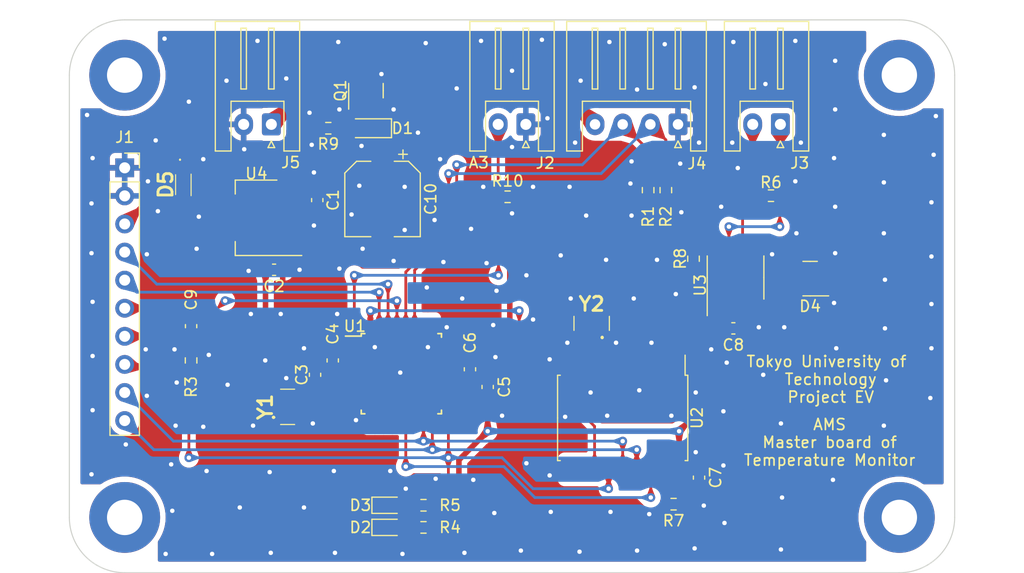
<source format=kicad_pcb>
(kicad_pcb (version 20221018) (generator pcbnew)
  (layers (0 "F.Cu" signal) (31 "B.Cu" signal) (34 "B.Paste" user) (35 "F.Paste" user) (36 "B.SilkS" user "B.Silkscreen") (37 "F.SilkS" user "F.Silkscreen") (38 "B.Mask" user) (39 "F.Mask" user) (44 "Edge.Cuts" user))
  (net 0 "")
  (net 1 "+12V")
  (net 2 "GND")
  (net 3 "VCC")
  (net 4 "/AREF")
  (net 5 "/RESET1")
  (net 6 "/DTR")
  (net 7 "Net-(D2-A)")
  (net 8 "Net-(D3-A)")
  (net 9 "/CANH")
  (net 10 "/CANL")
  (net 11 "/RXI")
  (net 12 "/TXO")
  (net 13 "/SCK")
  (net 14 "/MOSI")
  (net 15 "/MISO")
  (net 16 "/AMS_SIG")
  (net 17 "/SCL")
  (net 18 "/SDA")
  (net 19 "/RESET2")
  (net 20 "/Rs")
  (net 26 "/CS")
  (net 34 "/INT")
  (net 35 "/TXCAN")
  (net 36 "/RXCAN")
  (net 41 "Net-(U2-OSC2)")
  (net 42 "Net-(U2-OSC1)")
  (net 46 "Net-(D1-A)")
  (net 47 "/+12Vin")
  (net 48 "/XTAL1")
  (net 49 "/XTAL2")
  (footprint "Capacitor_SMD:CP_Elec_6.3x5.4_Nichicon" (layer "F.Cu") (at 138.3 86.2 -90)
    (fp_text reference "C10")
    (fp_text value "470u")
  )
  (footprint "Package_SO:SOIC-18W_7.5x11.6mm_P1.27mm" (layer "F.Cu") (at 160 106 -90)
    (fp_text reference "U2")
    (fp_text value "MCP2515-xSO")
  )
  (footprint "Resistor_SMD:R_0603_1608Metric" (layer "F.Cu") (at 142 115.9 180)
    (fp_text reference "R4")
    (fp_text value "Opt")
  )
  (footprint "Capacitor_SMD:C_0603_1608Metric" (layer "F.Cu") (at 170 97.9 180)
    (fp_text reference "C8")
    (fp_text value "0.1u")
  )
  (footprint "Connector_JST:JST_XH_S2B-XH-A_1x02_P2.50mm_Horizontal" (layer "F.Cu") (at 128.25 79.45 180)
    (fp_text reference "J5")
    (fp_text value "Conn_01x02_Pin")
  )
  (footprint "Resistor_SMD:R_0603_1608Metric" (layer "F.Cu") (at 121 100.8 90)
    (fp_text reference "R3")
    (fp_text value "10k")
  )
  (footprint "Package_QFP:TQFP-32_7x7mm_P0.8mm" (layer "F.Cu") (at 140 102)
    (fp_text reference "U1")
    (fp_text value "ATmega328P-A")
  )
  (footprint "Package_TO_SOT_SMD:SOT-23" (layer "F.Cu") (at 136.8 76.4 90)
    (fp_text reference "Q1")
    (fp_text value "AO3401A")
  )
  (footprint "Resistor_SMD:R_0603_1608Metric" (layer "F.Cu") (at 164.6 113.8 180)
    (fp_text reference "R7")
    (fp_text value "10k")
  )
  (footprint "Resistor_SMD:R_0603_1608Metric" (layer "F.Cu") (at 166.4 91.6 -90)
    (fp_text reference "R8")
    (fp_text value "15k")
  )
  (footprint "Package_SO:SOIC-8_3.9x4.9mm_P1.27mm" (layer "F.Cu") (at 170.2 93.3 90)
    (fp_text reference "U3")
    (fp_text value "MCP2551-I-SN")
  )
  (footprint "Connector_JST:JST_XH_S2B-XH-A_1x02_P2.50mm_Horizontal" (layer "F.Cu") (at 174.25 79.45 180)
    (fp_text reference "J3")
    (fp_text value "Conn_01x02_Pin")
  )
  (footprint "MountingHole:MountingHole_3.2mm_M3_Pad" (layer "F.Cu") (at 185 115)
    (fp_text reference "REF**" hide)
    (fp_text value "MountingHole_3.2mm_M3_Pad")
  )
  (footprint "Package_TO_SOT_SMD:SOT-223-3_TabPin2" (layer "F.Cu") (at 126.9 87.9 180)
    (fp_text reference "U4")
    (fp_text value "LD1117S50TR_SOT223")
  )
  (footprint "Resistor_SMD:R_0603_1608Metric" (layer "F.Cu") (at 173.4 85.9 180)
    (fp_text reference "R6")
    (fp_text value "120")
  )
  (footprint "Resistor_SMD:R_0603_1608Metric" (layer "F.Cu") (at 162.3 85.4 90)
    (fp_text reference "R1")
    (fp_text value "3.3k")
  )
  (footprint "Resistor_SMD:R_0603_1608Metric" (layer "F.Cu") (at 163.9 85.4 90)
    (fp_text reference "R2")
    (fp_text value "3.3k")
  )
  (footprint "Connector_JST:JST_XH_S4B-XH-A_1x04_P2.50mm_Horizontal" (layer "F.Cu") (at 165 79.45 180)
    (fp_text reference "J4")
    (fp_text value "Conn_01x04_Pin")
  )
  (footprint "Capacitor_SMD:C_0603_1608Metric" (layer "F.Cu") (at 121 97.7 90)
    (fp_text reference "C9")
    (fp_text value "0.1u")
  )
  (footprint "MountingHole:MountingHole_3.2mm_M3_Pad" (layer "F.Cu") (at 115 115)
    (fp_text reference "REF**" hide)
    (fp_text value "MountingHole_3.2mm_M3_Pad")
  )
  (footprint "SamacSys_Parts:CSTCE16M0V53R0" (layer "F.Cu") (at 129.7 105 -90)
    (fp_text reference "Y1")
    (fp_text value "CSTCE16M0V53-R0" hide)
  )
  (footprint "LED_SMD:LED_0603_1608Metric" (layer "F.Cu") (at 138.825 113.9)
    (fp_text reference "D3")
    (fp_text value "LED_G")
  )
  (footprint "Capacitor_SMD:C_0603_1608Metric" (layer "F.Cu") (at 128.5 92.6)
    (fp_text reference "C2")
    (fp_text value "10u")
  )
  (footprint "LED_SMD:LED_0603_1608Metric" (layer "F.Cu") (at 138.825 115.9)
    (fp_text reference "D2")
    (fp_text value "LED_R")
  )
  (footprint "SamacSys_Parts:CUHS20S40H3F" (layer "F.Cu") (at 120.3 84.9 -90)
    (fp_text reference "D5")
    (fp_text value "CUHS20S30" hide)
  )
  (footprint "MountingHole:MountingHole_3.2mm_M3_Pad" (layer "F.Cu") (at 185 75)
    (fp_text reference "REF**" hide)
    (fp_text value "MountingHole_3.2mm_M3_Pad")
  )
  (footprint "SamacSys_Parts:CSTCE16M0V53R0" (layer "F.Cu") (at 157.2 97.475)
    (fp_text reference "Y2")
    (fp_text value "CSTCE16M0V53-R0" hide)
  )
  (footprint "Capacitor_SMD:C_0603_1608Metric" (layer "F.Cu") (at 133.8 100.8 90)
    (fp_text reference "C4")
    (fp_text value "0.1u")
  )
  (footprint "Capacitor_SMD:C_0603_1608Metric" (layer "F.Cu") (at 132.4 86.3 -90)
    (fp_text reference "C1")
    (fp_text value "0.1u")
  )
  (footprint "Resistor_SMD:R_0603_1608Metric" (layer "F.Cu") (at 149.6 86)
    (fp_text reference "R10")
    (fp_text value "10k")
  )
  (footprint "MountingHole:MountingHole_3.2mm_M3_Pad" (layer "F.Cu") (at 115 75)
    (fp_text reference "REF**" hide)
    (fp_text value "MountingHole_3.2mm_M3_Pad")
  )
  (footprint "Connector_JST:JST_XH_S2B-XH-A_1x02_P2.50mm_Horizontal" (layer "F.Cu") (at 151.25 79.45 180)
    (fp_text reference "J2")
    (fp_text value "Conn_01x02_Pin")
  )
  (footprint "Resistor_SMD:R_0603_1608Metric" (layer "F.Cu") (at 133.4 79.8 180)
    (fp_text reference "R9")
    (fp_text value "10k")
  )
  (footprint "Diode_SMD:D_SOD-323_HandSoldering" (layer "F.Cu") (at 137.1 79.8 180)
    (fp_text reference "D1")
    (fp_text value "UDZV5.1B")
  )
  (footprint "Capacitor_SMD:C_0603_1608Metric" (layer "F.Cu") (at 132.2 102.1 90)
    (fp_text reference "C3")
    (fp_text value "0.1u")
  )
  (footprint "Capacitor_SMD:C_0603_1608Metric" (layer "F.Cu") (at 166.9 111.4 -90)
    (fp_text reference "C7")
    (fp_text value "0.1u")
  )
  (footprint "Resistor_SMD:R_0603_1608Metric" (layer "F.Cu") (at 142 113.9 180)
    (fp_text reference "R5")
    (fp_text value "Opt")
  )
  (footprint "Connector_PinSocket_2.54mm:PinSocket_1x10_P2.54mm_Vertical" (layer "F.Cu") (at 115 83.38)
    (fp_text reference "J1")
    (fp_text value "Conn_01x10_Socket")
  )
  (footprint "Capacitor_SMD:C_0603_1608Metric" (layer "F.Cu") (at 146.2 101.6 90)
    (fp_text reference "C6")
    (fp_text value "0.1u")
  )
  (footprint "Capacitor_SMD:C_0603_1608Metric" (layer "F.Cu") (at 147.8 103.2 90)
    (fp_text reference "C5")
    (fp_text value "0.1u")
  )
  (footprint "Package_TO_SOT_SMD:SOT-23" (layer "F.Cu") (at 176.9375 93.4 180)
    (fp_text reference "D4")
    (fp_text value "NUP2105L")
  )
  (gr_line (start 110 115) (end 110 75) (stroke (width 0.1)) (layer "Edge.Cuts"))
  (gr_line (start 190 75) (end 190 115) (stroke (width 0.1)) (layer "Edge.Cuts"))
  (gr_line (start 115 70) (end 185 70) (stroke (width 0.1)) (layer "Edge.Cuts"))
  (gr_arc (start 110 75) (mid 111.464466 71.464466) (end 115 70) (stroke (width 0.1)) (layer "Edge.Cuts"))
  (gr_arc (start 185 70) (mid 188.535534 71.464466) (end 190 75) (stroke (width 0.1)) (layer "Edge.Cuts"))
  (gr_arc (start 190 115) (mid 188.535534 118.535534) (end 185 120) (stroke (width 0.1)) (layer "Edge.Cuts"))
  (gr_arc (start 115 120) (mid 111.464466 118.535534) (end 110 115) (stroke (width 0.1)) (layer "Edge.Cuts"))
  (gr_line (start 185 120) (end 115 120) (stroke (width 0.1)) (layer "Edge.Cuts"))
  (gr_text "Tokyo University of \nTechnology\nProject EV" (at 178.8 104.7) (layer "F.SilkS") (effects (font (size 1 1)) (justify bottom)))
  (gr_text "AMS\nMaster board of\nTemperature Monitor" (at 178.7 110.4) (layer "F.SilkS") (effects (font (size 1 1)) (justify bottom)))
  (gr_text "A3" (at 146 83.5) (layer "F.SilkS") (effects (font (size 1 1)) (justify left bottom)))
  (segment (start 137.75 78.6) (end 137.75 79.2) (width 1) (layer "F.Cu") (net 1))
  (segment (start 130.125 85.525) (end 130.05 85.6) (width 0.5) (layer "F.Cu") (net 1))
  (segment (start 132.4 85.525) (end 130.125 85.525) (width 0.5) (layer "F.Cu") (net 1))
  (segment (start 138.35 83.45) (end 138.3 83.5) (width 1) (layer "F.Cu") (net 1))
  (segment (start 134.425 83.5) (end 132.4 85.525) (width 0.5) (layer "F.Cu") (net 1))
  (segment (start 137.75 77.3375) (end 137.75 78.6) (width 0.5) (layer "F.Cu") (net 1))
  (segment (start 154.95 76.9) (end 157.5 79.45) (width 1) (layer "F.Cu") (net 1))
  (segment (start 140.3 83.5) (end 146.9 76.9) (width 1) (layer "F.Cu") (net 1))
  (segment (start 128.4 83.95) (end 130.05 85.6) (width 0.5) (layer "F.Cu") (net 1))
  (segment (start 146.9 76.9) (end 154.95 76.9) (width 1) (layer "F.Cu") (net 1))
  (segment (start 137.75 79.2) (end 138.35 79.8) (width 1) (layer "F.Cu") (net 1))
  (segment (start 138.35 79.8) (end 138.35 83.45) (width 1) (layer "F.Cu") (net 1))
  (segment (start 138.3 83.5) (end 134.425 83.5) (width 0.5) (layer "F.Cu") (net 1))
  (segment (start 120.3 83.95) (end 128.4 83.95) (width 0.5) (layer "F.Cu") (net 1))
  (segment (start 138.3 83.5) (end 140.3 83.5) (width 1) (layer "F.Cu") (net 1))
  (segment (start 144.25 101.6) (end 142.7 101.6) (width 0.5) (layer "F.Cu") (net 2))
  (segment (start 169.565 95.775) (end 169.565 97.56) (width 0.5) (layer "F.Cu") (net 2))
  (segment (start 137.1 102.4) (end 137.3 102.2) (width 0.5) (layer "F.Cu") (net 2))
  (segment (start 147.8 102.425) (end 147.8 100.9) (width 0.5) (layer "F.Cu") (net 2))
  (segment (start 135.75 100.8) (end 137.3 100.8) (width 0.5) (layer "F.Cu") (net 2))
  (segment (start 135.75 102.4) (end 137.1 102.4) (width 0.5) (layer "F.Cu") (net 2))
  (segment (start 169.565 97.56) (end 169.225 97.9) (width 0.5) (layer "F.Cu") (net 2))
  (segment (start 132.2 101.325) (end 132.2 100.1) (width 0.5) (layer "F.Cu") (net 2))
  (segment (start 176 93.4) (end 179.2 93.4) (width 0.5) (layer "F.Cu") (net 2))
  (via (at 155.3 95.2) (size 0.8) (drill 0.4) (layers "F.Cu" "B.Cu") (net 2))
  (via (at 122.4 110.8) (size 0.8) (drill 0.4) (layers "F.Cu" "B.Cu") (net 2))
  (via (at 145 76.2) (size 0.8) (drill 0.4) (layers "F.Cu" "B.Cu") (net 2))
  (via (at 149.1 105.8) (size 0.8) (drill 0.4) (layers "F.Cu" "B.Cu") (net 2))
  (via (at 136.5 90.7) (size 0.8) (drill 0.4) (layers "F.Cu" "B.Cu") (net 2))
  (via (at 153.2 78.9) (size 0.8) (drill 0.4) (layers "F.Cu" "B.Cu") (net 2))
  (via (at 153.4 100.7) (size 0.8) (drill 0.4) (layers "F.Cu" "B.Cu") (net 2))
  (via (at 143 88.1) (size 0.8) (drill 0.4) (layers "F.Cu" "B.Cu") (net 2))
  (via (at 119.7 102.8) (size 0.8) (drill 0.4) (layers "F.Cu" "B.Cu") (net 2))
  (via (at 148.5 100.5) (size 0.8) (drill 0.4) (layers "F.Cu" "B.Cu") (net 2))
  (via (at 151.3 93.1) (size 0.8) (drill 0.4) (layers "F.Cu" "B.Cu") (net 2))
  (via (at 165.3 87.4) (size 0.8) (drill 0.4) (layers "F.Cu" "B.Cu") (net 2))
  (via (at 122.6 100.3) (size 0.8) (drill 0.4) (layers "F.Cu" "B.Cu") (net 2))
  (via (at 122.1 82.6) (size 0.8) (drill 0.4) (layers "F.Cu" "B.Cu") (net 2))
  (via (at 132.1 88.6) (size 0.8) (drill 0.4) (layers "F.Cu" "B.Cu") (net 2))
  (via (at 146.5 111.6) (size 0.8) (drill 0.4) (layers "F.Cu" "B.Cu") (net 2))
  (via (at 144.1 97.8) (size 0.8) (drill 0.4) (layers "F.Cu" "B.Cu") (net 2))
  (via (at 156.1 118.1) (size 0.8) (drill 0.4) (layers "F.Cu" "B.Cu") (net 2))
  (via (at 164.8 94.8) (size 0.8) (drill 0.4) (layers "F.Cu" "B.Cu") (net 2))
  (via (at 148.6 94.5) (size 0.8) (drill 0.4) (layers "F.Cu" "B.Cu") (net 2))
  (via (at 183.6 80.4) (size 0.8) (drill 0.4) (layers "F.Cu" "B.Cu") (net 2))
  (via (at 188.3 78.7) (size 0.8) (drill 0.4) (layers "F.Cu" "B.Cu") (net 2))
  (via (at 147.4 85.1) (size 0.8) (drill 0.4) (layers "F.Cu" "B.Cu") (net 2))
  (via (at 187.8 104.2) (size 0.8) (drill 0.4) (layers "F.Cu" "B.Cu") (net 2))
  (via (at 165.2 83) (size 0.8) (drill 0.4) (layers "F.Cu" "B.Cu") (net 2))
  (via (at 131.7 78.4) (size 0.8) (drill 0.4) (layers "F.Cu" "B.Cu") (net 2))
  (via (at 170.4 83.4) (size 0.8) (drill 0.4) (layers "F.Cu" "B.Cu") (net 2))
  (via (at 120.8 77.4) (size 0.8) (drill 0.4) (layers "F.Cu" "B.Cu") (net 2))
  (via (at 126.2 92.7) (size 0.8) (drill 0.4) (layers "F.Cu" "B.Cu") (net 2))
  (via (at 131.2 99.7) (size 0.8) (drill 0.4) (layers "F.Cu" "B.Cu") (net 2))
  (via (at 116.9 99.8) (size 0.8) (drill 0.4) (layers "F.Cu" "B.Cu") (net 2))
  (via (at 169.9 81.1) (size 0.8) (drill 0.4) (layers "F.Cu" "B.Cu") (net 2))
  (via (at 160.8 87.7) (size 0.8) (drill 0.4) (layers "F.Cu" "B.Cu") (net 2))
  (via (at 168.9 86.9) (size 0.8) (drill 0.4) (layers "F.Cu" "B.Cu") (net 2))
  (via (at 117.8 80.9) (size 0.8) (drill 0.4) (layers "F.Cu" "B.Cu") (net 2))
  (via (at 166.6 103.7) (size 0.8) (drill 0.4) (layers "F.Cu" "B.Cu") (net 2))
  (via (at 135.5 87.6) (size 0.8) (drill 0.4) (layers "F.Cu" "B.Cu") (net 2))
  (via (at 172.9 75.8) (size 0.8) (drill 0.4) (layers "F.Cu" "B.Cu") (net 2))
  (via (at 134.4 92.5) (size 0.8) (drill 0.4) (layers "F.Cu" "B.Cu") (net 2))
  (via (at 133.9 110.8) (size 0.8) (drill 0.4) (layers "F.Cu" "B.Cu") (net 2))
  (via (at 138.2 74.9) (size 0.8) (drill 0.4) (layers "F.Cu" "B.Cu") (net 2))
  (via (at 127 71.9) (size 0.8) (drill 0.4) (layers "F.Cu" "B.Cu") (net 2))
  (via (at 174.3 106.5) (size 0.8) (drill 0.4) (layers "F.Cu" "B.Cu") (net 2))
  (via (at 169.2 115.5) (size 0.8) (drill 0.4) (layers "F.Cu" "B.Cu") (net 2))
  (via (at 179.2 73.7) (size 0.8) (drill 0.4) (layers "F.Cu" "B.Cu") (net 2))
  (via (at 155.2 85.1) (size 0.8) (drill 0.4) (layers "F.Cu" "B.Cu") (net 2))
  (via (at 141.5 80.2) (size 0.8) (drill 0.4) (layers "F.Cu" "B.Cu") (net 2))
  (via (at 162.6 99.2) (size 0.8) (drill 0.4) (layers "F.Cu" "B.Cu") (net 2))
  (via (at 147.7 92) (size 0.8) (drill 0.4) (layers "F.Cu" "B.Cu") (net 2))
  (via (at 134 118.2) (size 0.8) (drill 0.4) (layers "F.Cu" "B.Cu") (net 2))
  (via (at 179.1 95.6) (size 0.8) (drill 0.4) (layers "F.Cu" "B.Cu") (net 2))
  (via (at 139.3 78.1) (size 0.8) (drill 0.4) (layers "F.Cu" "B.Cu") (net 2))
  (via (at 166.5 76.1) (size 0.8) (drill 0.4) (layers "F.Cu" "B.Cu") (net 2))
  (via (at 156.2 75.5) (size 0.8) (drill 0.4) (layers "F.Cu" "B.Cu") (net 2))
  (via (at 153.4 111.2) (size 0.8) (drill 0.4) (layers "F.Cu" "B.Cu") (net 2))
  (via (at 151.3 110.1) (size 0.8) (drill 0.4) (layers "F.Cu" "B.Cu") (net 2))
  (via (at 179.2 91.1) (size 0.8) (drill 0.4) (layers "F.Cu" "B.Cu") (net 2))
  (via (at 150 87.5) (size 0.8) (drill 0.4) (layers "F.Cu" "B.Cu") (net 2))
  (via (at 179.2 86.9) (size 0.8) (drill 0.4) (layers "F.Cu" "B.Cu") (net 2))
  (via (at 124.2 75.5) (size 0.8) (drill 0.4) (layers "F.Cu" "B.Cu") (net 2))
  (via (at 147.2 71.9) (size 0.8) (drill 0.4) (layers "F.Cu" "B.Cu") (net 2))
  (via (at 145.5 95.2) (size 0.8) (drill 0.4) (layers "F.Cu" "B.Cu") (net 2))
  (via (at 136.4 81.4) (size 0.8) (drill 0.4) (layers "F.Cu" "B.Cu") (net 2))
  (via (at 117 91.2) (size 0.8) (drill 0.4) (layers "F.Cu" "B.Cu") (net 2))
  (via (at 126.6 106.7) (size 0.8) (drill 0.4) (layers "F.Cu" "B.Cu") (net 2))
  (via (at 169.4 101) (size 0.8) (drill 0.4) (layers "F.Cu" "B.Cu") (net 2))
  (via (at 128.2 118.2) (size 0.8) (drill 0.4) (layers "F.Cu" "B.Cu") (net 2))
  (via (at 142.2 72.1) (size 0.8) (drill 0.4) (layers "F.Cu" "B.Cu") (net 2))
  (via (at 153.5 114.5) (size 0.8) (drill 0.4) (layers "F.Cu" "B.Cu") (net 2))
  (via (at 175.7 89.3) (size 0.8) (drill 0.4) (layers "F.Cu" "B.Cu") (net 2))
  (via (at 175.6 84.6) (size 0.8) (drill 0.4) (layers "F.Cu" "B.Cu") (net 2))
  (via (at 134.3 72) (size 0.8) (drill 0.4) (layers "F.Cu" "B.Cu") (net 2))
  (via (at 161.3 118) (size 0.8) (drill 0.4) (layers "F.Cu" "B.Cu") (net 2))
  (via (at 118.6 71.7) (size 0.8) (drill 0.4) (layers "F.Cu" "B.Cu") (net 2))
  (via (at 174.6 97.8) (size 0.8) (drill 0.4) (layers "F.Cu" "B.Cu") (net 2))
  (via (at 148.3 97.6) (size 0.8) (drill 0.4) (layers "F.Cu" "B.Cu") (net 2))
  (via (at 161 95.2) (size 0.8) (drill 0.4) (layers "F.Cu" "B.Cu") (net 2))
  (via (at 132.1 83.8) (size 0.8) (drill 0.4) (layers "F.Cu" "B.Cu") (net 2))
  (via (at 173.5 91.2) (size 0.8) (drill 0.4) (layers "F.Cu" "B.Cu") (net 2))
  (via (at 122.9 118.3) (size 0.8) (drill 0.4) (layers "F.Cu" "B.Cu") (net 2))
  (via (at 145.7 118.2) (size 0.8) (drill 0.4) (layers "F.Cu" "B.Cu") (net 2))
  (via (at 139.3 91.8) (size 0.8) (drill 0.4) (layers "F.Cu" "B.Cu") (net 2))
  (via (at 139 110.8) (size 0.8) (drill 0.4) (layers "F.Cu" "B.Cu") (net 2))
  (via (at 143.1 111.5) (size 0.8) (drill 0.4) (layers "F.Cu" "B.Cu") (net 2))
  (via (at 151.9 85.1) (size 0.8) (drill 0.4) (layers "F.Cu" "B.Cu") (net 2))
  (via (at 188.1 82.2) (size 0.8) (drill 0.4) (layers "F.Cu" "B.Cu") (net 2))
  (via (at 148.4 114.6) (size 0.8) (drill 0.4) (layers "F.Cu" "B.Cu") (net 2))
  (via (at 166.6 109.1) (size 0.8) (drill 0.4) (layers "F.Cu" "B.Cu") (net 2))
  (via (at 134.4 78.1) (size 0.8) (drill 0.4) (layers "F.Cu" "B.Cu") (net 2))
  (via (at 160.7 84.8) (size 0.8) (drill 0.4) (layers "F.Cu" "B.Cu") (net 2))
  (via (at 152.7 71.8) (size 0.8) (drill 0.4) (layers "F.Cu" "B.Cu") (net 2))
  (via (at 179.3 99.7) (size 0.8) (drill 0.4) (layers "F.Cu" "B.Cu") (net 2))
  (via (at 166.5 117.8) (size 0.8) (drill 0.4) (layers "F.Cu" "B.Cu") (net 2))
  (via (at 164.4 105.8) (size 0.8) (drill 0.4) (layers "F.Cu" "B.Cu") (net 2))
  (via (at 187.9 95.7) (size 0.8) (drill 0.4) (layers "F.Cu" "B.Cu") (net 2))
  (via (at 112 111.1) (size 0.8) (drill 0.4) (layers "F.Cu" "B.Cu") (net 2))
  (via (at 160.8 82.8) (size 0.8) (drill 0.4) (layers "F.Cu" "B.Cu") (net 2))
  (via (at 125.4 114.1) (size 0.8) (drill 0.4) (layers "F.Cu" "B.Cu") (net 2))
  (via (at 130.8 92.6) (size 0.8) (drill 0.4) (layers "F.Cu" "B.Cu") (net 2))
  (via (at 140.3 89) (size 0.8) (drill 0.4) (layers "F.Cu" "B.Cu") (net 2))
  (via (at 187.9 99.7) (size 0.8) (drill 0.4) (layers "F.Cu" "B.Cu") (net 2))
  (via (at 121.5 90.7) (size 0.8) (drill 0.4) (layers "F.Cu" "B.Cu") (net 2))
  (via (at 183.6 89.3) (size 0.8) (drill 0.4) (layers "F.Cu" "B.Cu") (net 2))
  (via (at 119.2 110.2) (size 0.8) (drill 0.4) (layers "F.Cu" "B.Cu") (net 2))
  (via (at 124.3 103) (size 0.8) (drill 0.4) (layers "F.Cu" "B.Cu") (net 2))
  (via (at 118.7 118.3) (size 0.8) (drill 0.4) (layers "F.Cu" "B.Cu") (net 2))
  (via (at 167.33 113.93) (size 0.8) (drill 0.4) (layers "F.Cu" "B.Cu") (net 2))
  (via (at 176.1 81.1) (size 0.8) (drill 0.4) (layers "F.Cu" "B.Cu") (net 2))
  (via (at 146.3 88.9) (size 0.8) (drill 0.4) (layers "F.Cu" "B.Cu") (net 2))
  (via (at 127.7 100.8) (size 0.8) (drill 0.4) (layers "F.Cu" "B.Cu") (net 2))
  (via (at 112.1 82.5) (size 0.8) (drill 0.4) (layers "F.Cu" "B.Cu") (net 2))
  (via (at 183.6 84.7) (size 0.8) (drill 0.4) (layers "F.Cu" "B.Cu") (net 2))
  (via (at 129.6 102.4) (size 0.8) (drill 0.4) (layers "F.Cu" "B.Cu") (net 2))
  (via (at 156.7 87.7) (size 0.8) (drill 0.4) (layers "F.Cu" "B.Cu") (net 2))
  (via (at 154.8 105.9) (size 0.8) (drill 0.4) (layers "F.Cu" "B.Cu") (net 2))
  (via (at 111.6 78.6) (size 0.8) (drill 0.4) (layers "F.Cu" "B.Cu") (net 2))
  (via (at 179 111.6) (size 0.8) (drill 0.4) (layers "F.Cu" "B.Cu") (net 2))
  (via (at 128.1 110.9) (size 0.8) (drill 0.4) (layers "F.Cu" "B.Cu") (net 2))
  (via (at 158.6 105.8) (size 0.8) (drill 0.4) (layers "F.Cu" "B.Cu") (net 2))
  (via (at 112 86.6) (size 0.8) (drill 0.4) (layers "F.Cu" "B.Cu") (net 2))
  (via (at 161.5 103.5) (size 0.8) (drill 0.4) (layers "F.Cu" "B.Cu") (net 2))
  (via (at 129.1 96.6) (size 0.8) (drill 0.4) (layers "F.Cu" "B.Cu") (net 2))
  (via (at 170 72) (size 0.8) (drill 0.4) (layers "F.Cu" "B.Cu") (net 2))
  (via (at 150 81.5) (size 0.8) (drill 0.4) (layers "F.Cu" "B.Cu") (net 2))
  (via (at 154.4 91.3) (size 0.8) (drill 0.4) (layers "F.Cu" "B.Cu") (net 2))
  (via (at 163.1 91.7) (size 0.8) (drill 0.4) (layers "F.Cu" "B.Cu") (net 2))
  (via (at 150.8 118) (size 0.8) (drill 0.4) (layers "F.Cu" "B.Cu") (net 2))
  (via (at 179.1 82.5) (size 0.8) (drill 0.4) (layers "F.Cu" "B.Cu") (net 2))
  (via (at 134.2 96.6) (size 0.8) (drill 0.4) (layers "F.Cu" "B.Cu") (net 2))
  (via (at 117.1 84.6) (size 0.8) (drill 0.4) (layers "F.Cu" "B.Cu") (net 2))
  (via (at 174.4 113.2) (size 0.8) (drill 0.4) (layers "F.Cu" "B.Cu") (net 2))
  (via (at 118 87.3) (size 0.8) (drill 0.4) (layers "F.Cu" "B.Cu") (net 2))
  (via (at 129.6 75.3) (size 0.8) (drill 0.4) (layers "F.Cu" "B.Cu") (net 2))
  (via (at 155 99.2) (size 0.8) (drill 0.4) (layers "F.Cu" "B.Cu") (net 2))
  (via (at 187.9 86.5) (size 0.8) (drill 0.4) (layers "F.Cu" "B.Cu") (net 2))
  (via (at 112.1 105.3) (size 0.8) (drill 0.4) (layers "F.Cu" "B.Cu") (net 2))
  (via (at 174.3 117.9) (size 0.8) (drill 0.4) (layers "F.Cu" "B.Cu") (net 2))
  (via (at 142.3 94.2) (size 0.8) (drill 0.4) (layers "F.Cu" "B.Cu") (net 2))
  (via (at 140.4 112.4) (size 0.8) (drill 0.4) (layers "F.Cu" "B.Cu") (net 2))
  (via (at 151.9 97.1) (size 0.8) (drill 0.4) (layers "F.Cu" "B.Cu") (net 2))
  (via (at 136.2 85) (size 0.8) (drill 0.4) (layers "F.Cu" "B.Cu") (net 2))
  (via (at 132 106.5) (size 0.8) (drill 0.4) (layers "F.Cu" "B.Cu") (net 2))
  (via (at 131.2 114.1) (size 0.8) (drill 0.4) (layers "F.Cu" "B.Cu") (net 2))
  (via (at 158.9 114.5) (size 0.8) (drill 0.4) (layers "F.Cu" "B.Cu") (net 2))
  (via (at 135.9 106.2) (size 0.8) (drill 0.4) (layers "F.Cu" "B.Cu") (net 2))
  (via (at 169.1 105.4) (size 0.8) (drill 0.4) (layers "F.Cu" "B.Cu") (net 2))
  (via (at 112.1 95.5) (size 0.8) (drill 0.4) (layers "F.Cu" "B.Cu") (net 2))
  (via (at 143.5 82.6) (size 0.8) (drill 0.4) (layers "F.Cu" "B.Cu") (net 2))
  (via (at 131.9 81.3) (size 0.8) (drill 0.4) (layers "F.Cu" "B.Cu") (net 2))
  (via (at 172.3 97.8) (size 0.8) (drill 0.4) (layers "F.Cu" "B.Cu") (net 2))
  (via (at 183.6 106.7) (size 0.8) (drill 0.4) (layers "F.Cu" "B.Cu") (net 2))
  (via (at 137.6 99.6) (size 0.8) (drill 0.4) (layers "F.Cu" "B.Cu") (net 2))
  (via (at 139.9 101.9) (size 0.8) (drill 0.4) (layers "F.Cu" "B.Cu") (net 2))
  (via (at 140.3 85.1) (size 0.8) (drill 0.4) (layers "F.Cu" "B.Cu") (net 2))
  (via (at 175.6 71.9) (size 0.8) (drill 0.4) (layers "F.Cu" "B.Cu") (net 2))
  (via (at 115.1 108.4) (size 0.8) (drill 0.4) (layers "F.Cu" "B.Cu") (net 2))
  (via (at 183.8 102.6) (size 0.8) (drill 0.4) (layers "F.Cu" "B.Cu") (net 2))
  (via (at 179.2 78.1) (size 0.8) (drill 0.4) (layers "F.Cu" "B.Cu") (net 2))
  (via (at 142.4 99.6) (size 0.8) (drill 0.4) (layers "F.Cu" "B.Cu") (net 2))
  (via (at 112.1 100.4) (size 0.8) (drill 0.4) (layers "F.Cu" "B.Cu") (net 2))
  (via (at 157.1 103.7) (size 0.8) (drill 0.4) (layers "F.Cu" "B.Cu") (net 2))
  (via (at 140.1 118.3) (size 0.8) (drill 0.4) (layers "F.Cu" "B.Cu") (net 2))
  (via (at 183.7 97.9) (size 0.8) (drill 0.4) (layers "F.Cu" "B.Cu") (net 2))
  (via (at 159.4 99.2) (size 0.8) (drill 0.4) (layers "F.Cu" "B.Cu") (net 2))
  (via (at 158.5 91.7) (size 0.8) (drill 0.4) (layers "F.Cu" "B.Cu") (net 2))
  (via (at 187.9 91.4) (size 0.8) (drill 0.4) (layers "F.Cu" "B.Cu") (net 2))
  (via (at 117 104) (size 0.8) (drill 0.4) (layers "F.Cu" "B.Cu") (net 2))
  (via (at 155.7 81.1) (size 0.8) (drill 0.4) (layers "F.Cu" "B.Cu") (net 2))
  (via (at 126.4 96.6) (size 0.8) (drill 0.4) (layers "F.Cu" "B.Cu") (net 2))
  (via (at 119.6 106.7) (size 0.8) (drill 0.4) (layers "F.Cu" "B.Cu") (net 2))
  (via (at 150 74.6) (size 0.8) (drill 0.4) (layers "F.Cu" "B.Cu") (net 2))
  (via (at 161.3 76.3) (size 0.8) (drill 0.4) (layers "F.Cu" "B.Cu") (net 2))
  (via (at 122.1 106.8) (size 0.8) (drill 0.4) (layers "F.Cu" "B.Cu") (net 2))
  (via (at 166.9 81.1) (size 0.8) (drill 0.4) (layers "F.Cu" "B.Cu") (net 2))
  (via (at 119.3 114.4) (size 0.8) (drill 0.4) (layers "F.Cu" "B.Cu") (net 2))
  (via (at 158.8 72) (size 0.8) (drill 0.4) (layers "F.Cu" "B.Cu") (net 2))
  (via (at 168 99.8) (size 0.8) (drill 0.4) (layers "F.Cu" "B.Cu") (net 2))
  (via (at 121.7 87.8) (size 0.8) (drill 0.4) (layers "F.Cu" "B.Cu") (net 2))
  (via (at 183.7 93.5) (size 0.8) (drill 0.4) (layers "F.Cu" "B.Cu") (net 2))
  (via (at 162.4 114.7) (size 0.8) (drill 0.4) (layers "F.Cu" "B.Cu") (net 2))
  (via (at 163.8 72.2) (size 0.8) (drill 0.4) (layers "F.Cu" "B.Cu") (net 2))
  (via (at 172.7 102.1) (size 0.8) (drill 0.4) (layers "F.Cu" "B.Cu") (net 2))
  (via (at 112 91.1) (size 0.8) (drill 0.4) (layers "F.Cu" "B.Cu") (net 2))
  (via (at 125.8 81.7) (size 0.8) (drill 0.4) (layers "F.Cu" "B.Cu") (net 2))
  (via (at 143.8 91.9) (size 0.8) (drill 0.4) (layers "F.Cu" "B.Cu") (net 2))
  (via (at 169.1 110.3) (size 0.8) (drill 0.4) (layers "F.Cu" "B.Cu") (net 2))
  (via (at 119.5 99.8) (size 0.8) (drill 0.4) (layers "F.Cu" "B.Cu") (net 2))
  (segment (start 143.075 104) (end 144.25 104) (width 0.5) (layer "F.Cu") (net 3))
  (segment (start 149.8 92.5) (end 156.075 86.225) (width 0.5) (layer "F.Cu") (net 3))
  (segment (start 145.2 109.8) (end 145.2 113.525) (width 0.5) (layer "F.Cu") (net 3))
  (segment (start 123.75 87.9) (end 130.05 87.9) (width 0.5) (layer "F.Cu") (net 3))
  (segment (start 144.25 104) (end 147.775 104) (width 0.5) (layer "F.Cu") (net 3))
  (segment (start 129.8 87.9) (end 127.725 89.975) (width 0.5) (layer "F.Cu") (net 3))
  (segment (start 121 101.625) (end 124.5 101.625) (width 0.5) (layer "F.Cu") (net 3))
  (segment (start 142.275 103.2) (end 143.075 104) (width 0.5) (layer "F.Cu") (net 3))
  (segment (start 147.8 103.975) (end 149.8 101.975) (width 0.5) (layer "F.Cu") (net 3))
  (segment (start 120.3 85.85) (end 117.61 85.85) (width 0.5) (layer "F.Cu") (net 3))
  (segment (start 127.725 98.4) (end 132.2 102.875) (width 0.5) (layer "F.Cu") (net 3))
  (segment (start 165.1 110.63) (end 165.08 110.65) (width 0.5) (layer "F.Cu") (net 3))
  (segment (start 166.9 110.625) (end 165.105 110.625) (width 0.5) (layer "F.Cu") (net 3))
  (segment (start 130.05 87.9) (end 129.8 87.9) (width 0.5) (layer "F.Cu") (net 3))
  (segment (start 121.7 85.85) (end 123.75 87.9) (width 0.5) (layer "F.Cu") (net 3))
  (segment (start 170.835 97.84) (end 170.775 97.9) (width 0.5) (layer "F.Cu") (net 3))
  (segment (start 147.8 103.975) (end 147.8 107.2) (width 0.5) (layer "F.Cu") (net 3))
  (segment (start 165.105 110.625) (end 165.08 110.65) (width 0.5) (layer "F.Cu") (net 3))
  (segment (start 135.75 103.2) (end 142.275 103.2) (width 0.5) (layer "F.Cu") (net 3))
  (segment (start 133.825 101.6) (end 133.8 101.575) (width 0.5) (layer "F.Cu") (net 3))
  (segment (start 145.2 113.525) (end 142.825 115.9) (width 0.5) (layer "F.Cu") (net 3))
  (segment (start 132.2 102.875) (end 132.525 103.2) (width 0.5) (layer "F.Cu") (net 3))
  (segment (start 127.725 89.975) (end 127.725 92.6) (width 0.5) (layer "F.Cu") (net 3))
  (segment (start 124.5 101.625) (end 127.725 98.4) (width 0.5) (layer "F.Cu") (net 3))
  (segment (start 170.835 95.775) (end 170.835 97.84) (width 0.5) (layer "F.Cu") (net 3))
  (segment (start 165.1 107.2) (end 170.775 101.525) (width 0.5) (layer "F.Cu") (net 3))
  (segment (start 165.1 107.2) (end 165.1 110.63) (width 0.5) (layer "F.Cu") (net 3))
  (segment (start 132.5 102.875) (end 133.8 101.575) (width 0.5) (layer "F.Cu") (net 3))
  (segment (start 165.08 113.455) (end 165.425 113.8) (width 0.5) (layer "F.Cu") (net 3))
  (segment (start 149.8 101.975) (end 149.8 92.5) (width 0.5) (layer "F.Cu") (net 3))
  (segment (start 147.8 107.2) (end 145.2 109.8) (width 0.5) (layer "F.Cu") (net 3))
  (segment (start 120.3 85.85) (end 121.7 85.85) (width 0.5) (layer "F.Cu") (net 3))
  (segment (start 156.075 86.225) (end 162.3 86.225) (width 0.5) (layer "F.Cu") (net 3))
  (segment (start 132.2 102.875) (end 132.5 102.875) (width 0.5) (layer "F.Cu") (net 3))
  (segment (start 165.08 110.65) (end 165.08 113.455) (width 0.5) (layer "F.Cu") (net 3))
  (segment (start 163.9 86.225) (end 162.3 86.225) (width 0.5) (layer "F.Cu") (net 3))
  (segment (start 135.75 101.6) (end 133.825 101.6) (width 0.5) (layer "F.Cu") (net 3))
  (segment (start 127.725 92.6) (end 127.725 98.4) (width 0.5) (layer "F.Cu") (net 3))
  (segment (start 117.61 85.85) (end 115 88.46) (width 0.5) (layer "F.Cu") (net 3))
  (segment (start 132.525 103.2) (end 135.75 103.2) (width 0.5) (layer "F.Cu") (net 3))
  (segment (start 147.775 104) (end 147.8 103.975) (width 0.5) (layer "F.Cu") (net 3))
  (segment (start 170.775 101.525) (end 170.775 97.9) (width 0.5) (layer "F.Cu") (net 3))
  (via (at 147.8 107.2) (size 0.8) (drill 0.4) (layers "F.Cu" "B.Cu") (net 3))
  (via (at 165.1 107.2) (size 0.8) (drill 0.4) (layers "F.Cu" "B.Cu") (net 3))
  (segment (start 165.1 107.2) (end 147.8 107.2) (width 0.5) (layer "B.Cu") (net 3))
  (segment (start 146.175 102.4) (end 146.2 102.375) (width 0.25) (layer "F.Cu") (net 4))
  (segment (start 144.25 102.4) (end 146.175 102.4) (width 0.25) (layer "F.Cu") (net 4))
  (segment (start 120.855 98.62) (end 121 98.475) (width 0.25) (layer "F.Cu") (net 5))
  (segment (start 139.6 95.4) (end 139.6 97.75) (width 0.25) (layer "F.Cu") (net 5))
  (segment (start 121 98.475) (end 121 99.975) (width 0.25) (layer "F.Cu") (net 5))
  (segment (start 115 98.62) (end 120.855 98.62) (width 0.25) (layer "F.Cu") (net 5))
  (segment (start 124.075 95.4) (end 121 98.475) (width 0.25) (layer "F.Cu") (net 5))
  (via (at 124.075 95.4) (size 0.8) (drill 0.4) (layers "F.Cu" "B.Cu") (net 5))
  (via (at 139.6 95.4) (size 0.8) (drill 0.4) (layers "F.Cu" "B.Cu") (net 5))
  (segment (start 124.075 95.4) (end 139.6 95.4) (width 0.25) (layer "B.Cu") (net 5))
  (segment (start 120.155 96.08) (end 121 96.925) (width 0.25) (layer "F.Cu") (net 6))
  (segment (start 115 96.08) (end 120.155 96.08) (width 0.25) (layer "F.Cu") (net 6))
  (segment (start 139.6125 115.9) (end 141.175 115.9) (width 0.25) (layer "F.Cu") (net 7))
  (segment (start 139.6125 113.9) (end 141.175 113.9) (width 0.25) (layer "F.Cu") (net 8))
  (segment (start 174.2 88.7) (end 174.2 85.925) (width 0.25) (layer "F.Cu") (net 9))
  (segment (start 169.6 90.79) (end 169.565 90.825) (width 0.25) (layer "F.Cu") (net 9))
  (segment (start 175.25 94.35) (end 177.875 94.35) (width 0.25) (layer "F.Cu") (net 9))
  (segment (start 169.6 88.7) (end 169.6 90.79) (width 0.25) (layer "F.Cu") (net 9))
  (segment (start 174.25 85.875) (end 174.225 85.9) (width 0.25) (layer "F.Cu") (net 9))
  (segment (start 169.565 92.115) (end 170.35 92.9) (width 0.25) (layer "F.Cu") (net 9))
  (segment (start 169.565 90.825) (end 169.565 92.115) (width 0.25) (layer "F.Cu") (net 9))
  (segment (start 170.35 92.9) (end 173.8 92.9) (width 0.25) (layer "F.Cu") (net 9))
  (segment (start 174.2 85.925) (end 174.225 85.9) (width 0.25) (layer "F.Cu") (net 9))
  (segment (start 174.25 79.45) (end 174.25 85.875) (width 0.25) (layer "F.Cu") (net 9))
  (segment (start 173.8 92.9) (end 175.25 94.35) (width 0.25) (layer "F.Cu") (net 9))
  (via (at 169.6 88.7) (size 0.8) (drill 0.4) (layers "F.Cu" "B.Cu") (net 9))
  (via (at 174.2 88.7) (size 0.8) (drill 0.4) (layers "F.Cu" "B.Cu") (net 9))
  (segment (start 169.6 88.7) (end 174.2 88.7) (width 0.25) (layer "B.Cu") (net 9))
  (segment (start 171.75 83.15) (end 172.575 83.975) (width 0.25) (layer "F.Cu") (net 10))
  (segment (start 170.835 92.035) (end 171.25 92.45) (width 0.25) (layer "F.Cu") (net 10))
  (segment (start 171.75 79.45) (end 171.75 83.15) (width 0.25) (layer "F.Cu") (net 10))
  (segment (start 170.835 90.825) (end 170.835 92.035) (width 0.25) (layer "F.Cu") (net 10))
  (segment (start 172.575 83.975) (end 172.575 85.9) (width 0.25) (layer "F.Cu") (net 10))
  (segment (start 171.25 92.45) (end 177.875 92.45) (width 0.25) (layer "F.Cu") (net 10))
  (segment (start 170.835 87.64) (end 172.575 85.9) (width 0.25) (layer "F.Cu") (net 10))
  (segment (start 170.835 90.825) (end 170.835 87.64) (width 0.25) (layer "F.Cu") (net 10))
  (segment (start 138.8 93.9) (end 138.8 97.75) (width 0.25) (layer "F.Cu") (net 11))
  (via (at 138.8 93.9) (size 0.8) (drill 0.4) (layers "F.Cu" "B.Cu") (net 11))
  (segment (start 138.8 93.9) (end 117.9 93.9) (width 0.25) (layer "B.Cu") (net 11))
  (segment (start 117.9 93.9) (end 115 91) (width 0.25) (layer "B.Cu") (net 11))
  (segment (start 138 94.6245) (end 138 97.75) (width 0.25) (layer "F.Cu") (net 12))
  (via (at 138 94.6245) (size 0.8) (drill 0.4) (layers "F.Cu" "B.Cu") (net 12))
  (segment (start 116.0845 94.6245) (end 115 93.54) (width 0.25) (layer "B.Cu") (net 12))
  (segment (start 138 94.6245) (end 116.0845 94.6245) (width 0.25) (layer "B.Cu") (net 12))
  (segment (start 120.8 105.8) (end 116.16 101.16) (width 0.25) (layer "F.Cu") (net 13))
  (segment (start 116.16 101.16) (end 115 101.16) (width 0.25) (layer "F.Cu") (net 13))
  (segment (start 120.8 109.6) (end 120.8 105.8) (width 0.25) (layer "F.Cu") (net 13))
  (segment (start 144.25 109.6) (end 144.25 104.8) (width 0.25) (layer "F.Cu") (net 13))
  (segment (start 144.25 109.6) (end 144.25 112.475) (width 0.25) (layer "F.Cu") (net 13))
  (segment (start 158.73 112.4) (end 158.73 110.65) (width 0.25) (layer "F.Cu") (net 13))
  (segment (start 144.25 112.475) (end 142.825 113.9) (width 0.25) (layer "F.Cu") (net 13))
  (via (at 144.25 109.6) (size 0.8) (drill 0.4) (layers "F.Cu" "B.Cu") (net 13))
  (via (at 120.8 109.6) (size 0.8) (drill 0.4) (layers "F.Cu" "B.Cu") (net 13))
  (via (at 158.73 112.4) (size 0.8) (drill 0.4) (layers "F.Cu" "B.Cu") (net 13))
  (segment (start 144.25 109.6) (end 120.8 109.6) (width 0.25) (layer "B.Cu") (net 13))
  (segment (start 158.73 112.4) (end 151.9 112.4) (width 0.25) (layer "B.Cu") (net 13))
  (segment (start 149.1 109.6) (end 144.25 109.6) (width 0.25) (layer "B.Cu") (net 13))
  (segment (start 151.9 112.4) (end 149.1 109.6) (width 0.25) (layer "B.Cu") (net 13))
  (segment (start 160 108.1) (end 160 110.65) (width 0.25) (layer "F.Cu") (net 14))
  (segment (start 142 106.25) (end 142 108.1) (width 0.25) (layer "F.Cu") (net 14))
  (via (at 160 108.1) (size 0.8) (drill 0.4) (layers "F.Cu" "B.Cu") (net 14))
  (via (at 142 108.1) (size 0.8) (drill 0.4) (layers "F.Cu" "B.Cu") (net 14))
  (segment (start 119.4 108.1) (end 115 103.7) (width 0.25) (layer "B.Cu") (net 14))
  (segment (start 142 108.1) (end 119.4 108.1) (width 0.25) (layer "B.Cu") (net 14))
  (segment (start 160 108.1) (end 142 108.1) (width 0.25) (layer "B.Cu") (net 14))
  (segment (start 161.27 108.87) (end 161.27 110.65) (width 0.25) (layer "F.Cu") (net 15))
  (segment (start 142.8 108.8755) (end 142.8 106.25) (width 0.25) (layer "F.Cu") (net 15))
  (via (at 142.8 108.8755) (size 0.8) (drill 0.4) (layers "F.Cu" "B.Cu") (net 15))
  (via (at 161.27 108.87) (size 0.8) (drill 0.4) (layers "F.Cu" "B.Cu") (net 15))
  (segment (start 161.2645 108.8755) (end 142.8 108.8755) (width 0.25) (layer "B.Cu") (net 15))
  (segment (start 117.6355 108.8755) (end 115 106.24) (width 0.25) (layer "B.Cu") (net 15))
  (segment (start 161.27 108.87) (end 161.2645 108.8755) (width 0.25) (layer "B.Cu") (net 15))
  (segment (start 142.8 108.8755) (end 117.6355 108.8755) (width 0.25) (layer "B.Cu") (net 15))
  (segment (start 148.75 85.975) (end 148.775 86) (width 0.25) (layer "F.Cu") (net 16))
  (segment (start 148.775 93.1) (end 148.775 86) (width 0.25) (layer "F.Cu") (net 16))
  (segment (start 148.75 79.45) (end 148.75 85.975) (width 0.25) (layer "F.Cu") (net 16))
  (segment (start 135.75 93.1) (end 135.75 99.2) (width 0.25) (layer "F.Cu") (net 16))
  (via (at 148.775 93.1) (size 0.8) (drill 0.4) (layers "F.Cu" "B.Cu") (net 16))
  (via (at 135.75 93.1) (size 0.8) (drill 0.4) (layers "F.Cu" "B.Cu") (net 16))
  (segment (start 148.775 93.1) (end 135.75 93.1) (width 0.25) (layer "B.Cu") (net 16))
  (segment (start 163.9 80.85) (end 162.5 79.45) (width 0.25) (layer "F.Cu") (net 17))
  (segment (start 140.4 92.8) (end 140.4 97.75) (width 0.25) (layer "F.Cu") (net 17))
  (segment (start 144.2755 88.9245) (end 140.4 92.8) (width 0.25) (layer "F.Cu") (net 17))
  (segment (start 144.2755 83.9) (end 144.2755 88.9245) (width 0.25) (layer "F.Cu") (net 17))
  (segment (start 163.9 84.575) (end 163.9 80.85) (width 0.25) (layer "F.Cu") (net 17))
  (via (at 144.2755 83.9) (size 0.8) (drill 0.4) (layers "F.Cu" "B.Cu") (net 17))
  (segment (start 144.2755 83.9) (end 158.05 83.9) (width 0.25) (layer "B.Cu") (net 17))
  (segment (start 158.05 83.9) (end 162.5 79.45) (width 0.25) (layer "B.Cu") (net 17))
  (segment (start 141.2 92.636396) (end 141.2 97.75) (width 0.25) (layer "F.Cu") (net 18))
  (segment (start 160 79.45) (end 162.3 81.75) (width 0.25) (layer "F.Cu") (net 18))
  (segment (start 145 83.1) (end 145 88.836396) (width 0.25) (layer "F.Cu") (net 18))
  (segment (start 145 88.836396) (end 141.2 92.636396) (width 0.25) (layer "F.Cu") (net 18))
  (segment (start 162.3 81.75) (end 162.3 84.575) (width 0.25) (layer "F.Cu") (net 18))
  (via (at 145 83.1) (size 0.8) (drill 0.4) (layers "F.Cu" "B.Cu") (net 18))
  (segment (start 156.35 83.1) (end 160 79.45) (width 0.25) (layer "B.Cu") (net 18))
  (segment (start 145 83.1) (end 156.35 83.1) (width 0.25) (layer "B.Cu") (net 18))
  (segment (start 163.81 110.65) (end 163.81 113.765) (width 0.25) (layer "F.Cu") (net 19))
  (segment (start 163.81 113.765) (end 163.775 113.8) (width 0.25) (layer "F.Cu") (net 19))
  (segment (start 166.4 90.775) (end 168.245 90.775) (width 0.25) (layer "F.Cu") (net 20))
  (segment (start 168.245 90.775) (end 168.295 90.825) (width 0.25) (layer "F.Cu") (net 20))
  (segment (start 140.4 106.25) (end 140.4 110.4) (width 0.25) (layer "F.Cu") (net 26))
  (segment (start 162.54 113.2) (end 162.54 110.65) (width 0.25) (layer "F.Cu") (net 26))
  (via (at 140.4 110.4) (size 0.8) (drill 0.4) (layers "F.Cu" "B.Cu") (net 26))
  (via (at 162.54 113.2) (size 0.8) (drill 0.4) (layers "F.Cu" "B.Cu") (net 26))
  (segment (start 162.54 113.2) (end 152.063604 113.2) (width 0.25) (layer "B.Cu") (net 26))
  (segment (start 149.263604 110.4) (end 140.4 110.4) (width 0.25) (layer "B.Cu") (net 26))
  (segment (start 152.063604 113.2) (end 149.263604 110.4) (width 0.25) (layer "B.Cu") (net 26))
  (segment (start 137.2 97.75) (end 137.2 96.3) (width 0.25) (layer "F.Cu") (net 34))
  (segment (start 150.6495 96.3) (end 150.6495 99.9495) (width 0.25) (layer "F.Cu") (net 34))
  (segment (start 157.46 106.76) (end 157.46 110.65) (width 0.25) (layer "F.Cu") (net 34))
  (segment (start 150.6495 99.9495) (end 157.46 106.76) (width 0.25) (layer "F.Cu") (net 34))
  (via (at 137.2 96.3) (size 0.8) (drill 0.4) (layers "F.Cu" "B.Cu") (net 34))
  (via (at 150.6495 96.3) (size 0.8) (drill 0.4) (layers "F.Cu" "B.Cu") (net 34))
  (segment (start 150.6495 96.3) (end 137.2 96.3) (width 0.25) (layer "B.Cu") (net 34))
  (segment (start 165.08 100.22) (end 165.08 101.35) (width 0.25) (layer "F.Cu") (net 35))
  (segment (start 168.295 95.775) (end 168.295 97.005) (width 0.25) (layer "F.Cu") (net 35))
  (segment (start 168.295 97.005) (end 165.08 100.22) (width 0.25) (layer "F.Cu") (net 35))
  (segment (start 167.5 93.8) (end 171.4 93.8) (width 0.25) (layer "F.Cu") (net 36))
  (segment (start 171.4 93.8) (end 172.105 94.505) (width 0.25) (layer "F.Cu") (net 36))
  (segment (start 163.81 101.35) (end 163.81 97.49) (width 0.25) (layer "F.Cu") (net 36))
  (segment (start 163.81 97.49) (end 167.5 93.8) (width 0.25) (layer "F.Cu") (net 36))
  (segment (start 172.105 94.505) (end 172.105 95.775) (width 0.25) (layer "F.Cu") (net 36))
  (segment (start 157.46 99.14) (end 157.46 101.35) (width 0.25) (layer "F.Cu") (net 41))
  (segment (start 158.15 98.45) (end 157.46 99.14) (width 0.25) (layer "F.Cu") (net 41))
  (segment (start 158.15 97.475) (end 158.15 98.45) (width 0.25) (layer "F.Cu") (net 41))
  (segment (start 156.19 101.35) (end 156.25 101.29) (width 0.25) (layer "F.Cu") (net 42))
  (segment (start 156.25 101.29) (end 156.25 97.475) (width 0.25) (layer "F.Cu") (net 42))
  (segment (start 135.85 79.8) (end 134.225 79.8) (width 0.25) (layer "F.Cu") (net 46))
  (segment (start 135.85 77.3375) (end 135.85 79.8) (width 0.25) (layer "F.Cu") (net 46))
  (segment (start 136.8 75.4625) (end 135.6 75.4625) (width 0.5) (layer "F.Cu") (net 47))
  (segment (start 132.2375 75.4625) (end 135.6 75.4625) (width 1) (layer "F.Cu") (net 47))
  (segment (start 128.25 79.45) (end 132.2375 75.4625) (width 1) (layer "F.Cu") (net 47))
  (segment (start 135.7 104.05) (end 135.75 104) (width 0.25) (layer "F.Cu") (net 48))
  (segment (start 129.7 104.05) (end 135.7 104.05) (width 0.25) (layer "F.Cu") (net 48))
  (segment (start 135.75 104.8) (end 131.8 104.8) (width 0.25) (layer "F.Cu") (net 49))
  (segment (start 131.8 104.8) (end 130.65 105.95) (width 0.25) (layer "F.Cu") (net 49))
  (segment (start 130.65 105.95) (end 129.7 105.95) (width 0.25) (layer "F.Cu") (net 49))
  (zone (net 0) (net_name "") (layer "F.Cu") (connect_pads (clearance 0)) (min_thickness 0.25)
    (keepout (tracks allowed) (vias allowed) (pads allowed) (copperpour not_allowed) (footprints allowed))
    (fill (thermal_gap 0.5) (thermal_bridge_width 0.5))
    (polygon (pts (xy 145.1 98.43) (xy 145.1 99.78) (xy 145.2 99.88) (xy 145.95 99.88) (xy 145.95 99.11) (xy 145.27 98.43)))
  )
  (zone (net 0) (net_name "") (layer "F.Cu") (connect_pads (clearance 0)) (min_thickness 0.25)
    (keepout (tracks allowed) (vias allowed) (pads allowed) (copperpour not_allowed) (footprints allowed))
    (fill (thermal_gap 0.5) (thermal_bridge_width 0.5))
    (polygon (pts (xy 166.65 93.3) (xy 166.65 93.8) (xy 166.8 93.8) (xy 166.8 93.3)))
  )
  (zone (net 0) (net_name "") (layer "F.Cu") (connect_pads (clearance 0)) (min_thickness 0.25)
    (keepout (tracks allowed) (vias allowed) (pads allowed) (copperpour not_allowed) (footprints allowed))
    (fill (thermal_gap 0.5) (thermal_bridge_width 0.5))
    (polygon (pts (xy 137.1 115.62) (xy 137.1 114.17) (xy 137.2 114.17) (xy 137.2 115.62)))
  )
  (zone (net 0) (net_name "") (layer "F.Cu") (connect_pads (clearance 0)) (min_thickness 0.25)
    (keepout (tracks allowed) (vias allowed) (pads allowed) (copperpour not_allowed) (footprints allowed))
    (fill (thermal_gap 0.5) (thermal_bridge_width 0.5))
    (polygon (pts (xy 142.9 112.92) (xy 138.3 112.92) (xy 138.3 113) (xy 142.9 113)))
  )
  (zone (net 0) (net_name "") (layer "F.Cu") (connect_pads (clearance 0)) (min_thickness 0.25)
    (keepout (tracks allowed) (vias allowed) (pads allowed) (copperpour not_allowed) (footprints allowed))
    (fill (thermal_gap 0.5) (thermal_bridge_width 0.5))
    (polygon (pts (xy 138.3 116.88) (xy 143.08 116.88) (xy 143.08 116.8) (xy 138.3 116.8)))
  )
  (zone (net 0) (net_name "") (layer "F.Cu") (connect_pads (clearance 0)) (min_thickness 0.25)
    (keepout (tracks allowed) (vias allowed) (pads allowed) (copperpour not_allowed) (footprints allowed))
    (fill (thermal_gap 0.5) (thermal_bridge_width 0.5))
    (polygon (pts (xy 171.1 80.8) (xy 171.1 85.6) (xy 166.8 89.9) (xy 166.8 90.2) (xy 171.3 90.2) (xy 171.4 90.2) (xy 171.4 80.8)))
  )
  (zone (net 0) (net_name "") (layer "F.Cu") (connect_pads (clearance 0)) (min_thickness 0.25)
    (keepout (tracks allowed) (vias allowed) (pads allowed) (copperpour not_allowed) (footprints allowed))
    (fill (thermal_gap 0.5) (thermal_bridge_width 0.5))
    (polygon (pts (xy 132.14 88.03) (xy 131.55 88.03) (xy 131.55 89.43) (xy 131.5 89.43) (xy 131.5 87.98) (xy 132.14 87.98)))
  )
  (zone (net 0) (net_name "") (layer "F.Cu") (connect_pads (clearance 0)) (min_thickness 0.25)
    (keepout (tracks allowed) (vias allowed) (pads allowed) (copperpour not_allowed) (footprints allowed))
    (fill (thermal_gap 0.5) (thermal_bridge_width 0.5))
    (polygon (pts (xy 152.6 77.9) (xy 152.6 78.7) (xy 152.4 78.7) (xy 152.4 77.9)))
  )
  (zone (net 0) (net_name "") (layer "F.Cu") (connect_pads (clearance 0)) (min_thickness 0.25)
    (keepout (tracks allowed) (vias allowed) (pads allowed) (copperpour not_allowed) (footprints allowed))
    (fill (thermal_gap 0.5) (thermal_bridge_width 0.5))
    (polygon (pts (xy 130.3 102) (xy 130.3 103.4) (xy 131.2 103.4) (xy 131.2 102)))
  )
  (zone (net 0) (net_name "") (layer "F.Cu") (connect_pads (clearance 0)) (min_thickness 0.25)
    (keepout (tracks allowed) (vias allowed) (pads allowed) (copperpour not_allowed) (footprints allowed))
    (fill (thermal_gap 0.5) (thermal_bridge_width 0.5))
    (polygon (pts (xy 167.87 110.7) (xy 167.87 111.91) (xy 167.78 111.91) (xy 167.78 110.7)))
  )
  (zone (net 0) (net_name "") (layer "F.Cu") (connect_pads (clearance 0)) (min_thickness 0.25)
    (keepout (tracks allowed) (vias allowed) (pads allowed) (copperpour not_allowed) (footprints allowed))
    (fill (thermal_gap 0.5) (thermal_bridge_width 0.5))
    (polygon (pts (xy 137 82) (xy 137 80.8) (xy 132.9 80.8) (xy 132.9 80.7) (xy 137.2 80.7) (xy 137.2 82)))
  )
  (zone (net 0) (net_name "") (layer "F.Cu") (connect_pads (clearance 0)) (min_thickness 0.25)
    (keepout (tracks allowed) (vias allowed) (pads allowed) (copperpour not_allowed) (footprints allowed))
    (fill (thermal_gap 0.5) (thermal_bridge_width 0.5))
    (polygon (pts (xy 117.6 85.1) (xy 116.3 85.1) (xy 116.3 85.9) (xy 117.6 85.9)))
  )
  (zone (net 0) (net_name "") (layer "F.Cu") (connect_pads (clearance 0)) (min_thickness 0.25)
    (keepout (tracks allowed) (vias allowed) (pads allowed) (copperpour not_allowed) (footprints allowed))
    (fill (thermal_gap 0.5) (thermal_bridge_width 0.5))
    (polygon (pts (xy 132.83 100.28) (xy 130.66 100.28) (xy 130.66 100.43) (xy 132.83 100.43)))
  )
  (zone (net 0) (net_name "") (layer "F.Cu") (connect_pads (clearance 0)) (min_thickness 0.25)
    (keepout (tracks allowed) (vias allowed) (pads allowed) (copperpour not_allowed) (footprints allowed))
    (fill (thermal_gap 0.5) (thermal_bridge_width 0.5))
    (polygon (pts (xy 155.17 99.83) (xy 155.63 99.83) (xy 155.63 99.88) (xy 155.17 99.88)))
  )
  (zone (net 0) (net_name "") (layer "F.Cu") (connect_pads (clearance 0)) (min_thickness 0.25)
    (keepout (tracks allowed) (vias allowed) (pads allowed) (copperpour not_allowed) (footprints allowed))
    (fill (thermal_gap 0.5) (thermal_bridge_width 0.5))
    (polygon (pts (xy 169.5 98.88) (xy 170.1 98.88) (xy 170.1 98.7) (xy 169.5 98.7)))
  )
  (zone (net 0) (net_name "") (layer "F.Cu") (connect_pads (clearance 0)) (min_thickness 0.25)
    (keepout (tracks allowed) (vias allowed) (pads allowed) (copperpour not_allowed) (footprints allowed))
    (fill (thermal_gap 0.5) (thermal_bridge_width 0.5))
    (polygon (pts (xy 166.8 91.9) (xy 166.8 93.2) (xy 167.5 93.2) (xy 167.5 91.9)))
  )
  (zone (net 0) (net_name "") (layer "F.Cu") (connect_pads (clearance 0)) (min_thickness 0.25)
    (keepout (tracks allowed) (vias allowed) (pads allowed) (copperpour not_allowed) (footprints allowed))
    (fill (thermal_gap 0.5) (thermal_bridge_width 0.5))
    (polygon (pts (xy 161.3 85.5) (xy 161.3 81.6) (xy 161.8 81.6) (xy 161.8 85.5)))
  )
  (zone (net 0) (net_name "") (layer "F.Cu") (connect_pads (clearance 0)) (min_thickness 0.25)
    (keepout (tracks allowed) (vias allowed) (pads allowed) (copperpour not_allowed) (footprints allowed))
    (fill (thermal_gap 0.5) (thermal_bridge_width 0.5))
    (polygon (pts (xy 177.19 95.15) (xy 172.8 95.15) (xy 172.8 94.8) (xy 177.19 94.8)))
  )
  (zone (net 0) (net_name "") (layer "F.Cu") (connect_pads (clearance 0)) (min_thickness 0.25)
    (keepout (tracks allowed) (vias allowed) (pads allowed) (copperpour not_allowed) (footprints allowed))
    (fill (thermal_gap 0.5) (thermal_bridge_width 0.5))
    (polygon (pts (xy 134.06 99.07) (xy 135.13 98) (xy 135.3 98) (xy 135.3 99.07)))
  )
  (zone (net 0) (net_name "") (layer "F.Cu") (connect_pads (clearance 0)) (min_thickness 0.25)
    (keepout (tracks allowed) (vias allowed) (pads allowed) (copperpour not_allowed) (footprints allowed))
    (fill (thermal_gap 0.5) (thermal_bridge_width 0.5))
    (polygon (pts (xy 168.9 98.87) (xy 167.3 98.87) (xy 167.3 98.6) (xy 168.9 98.6)))
  )
  (zone (net 0) (net_name "") (layer "F.Cu") (connect_pads (clearance 0)) (min_thickness 0.25)
    (keepout (tracks allowed) (vias allowed) (pads allowed) (copperpour not_allowed) (footprints allowed))
    (fill (thermal_gap 0.5) (thermal_bridge_width 0.5))
    (polygon (pts (xy 154.13 101.6) (xy 153.28 101.6) (xy 153.28 101.7) (xy 154.13 101.7)))
  )
  (zone (net 0) (net_name "") (layer "F.Cu") (connect_pads (clearance 0)) (min_thickness 0.25)
    (keepout (tracks allowed) (vias allowed) (pads allowed) (copperpour not_allowed) (footprints allowed))
    (fill (thermal_gap 0.5) (thermal_bridge_width 0.5))
    (polygon (pts (xy 122 98.3) (xy 122 100.9) (xy 121.8 100.9) (xy 121.8 98.3)))
  )
  (zone (net 0) (net_name "") (layer "F.Cu") (connect_pads (clearance 0)) (min_thickness 0.25)
    (keepout (tracks allowed) (vias allowed) (pads allowed) (copperpour not_allowed) (footprints allowed))
    (fill (thermal_gap 0.5) (thermal_bridge_width 0.5))
    (polygon (pts (xy 124.7 90.3) (xy 127.1 90.3) (xy 127.1 88.5) (xy 124.7 88.5)))
  )
  (zone (net 0) (net_name "") (layer "F.Cu") (connect_pads (clearance 0)) (min_thickness 0.25)
    (keepout (tracks allowed) (vias allowed) (pads allowed) (copperpour not_allowed) (footprints allowed))
    (fill (thermal_gap 0.5) (thermal_bridge_width 0.5))
    (polygon (pts (xy 166.64 113.1) (xy 166.64 114.06) (xy 165.9 114.8) (xy 162.8 114.8) (xy 161.3 113.3) (xy 161.3 113.1)))
  )
  (zone (net 0) (net_name "") (layer "F.Cu") (connect_pads (clearance 0)) (min_thickness 0.25)
    (keepout (tracks allowed) (vias allowed) (pads allowed) (copperpour not_allowed) (footprints allowed))
    (fill (thermal_gap 0.5) (thermal_bridge_width 0.5))
    (polygon (pts (xy 156.45 96.18) (xy 157.02 96.18) (xy 157.02 96.24) (xy 156.45 96.24)))
  )
  (zone (net 0) (net_name "") (layer "F.Cu") (connect_pads (clearance 0)) (min_thickness 0.25)
    (keepout (tracks allowed) (vias allowed) (pads allowed) (copperpour not_allowed) (footprints allowed))
    (fill (thermal_gap 0.5) (thermal_bridge_width 0.5))
    (polygon (pts (xy 150.3 102.5) (xy 152.5 102.5) (xy 152.5 102) (xy 150.3 102)))
  )
  (zone (net 0) (net_name "") (layer "F.Cu") (connect_pads (clearance 0)) (min_thickness 0.25)
    (keepout (tracks allowed) (vias allowed) (pads allowed) (copperpour not_allowed) (footprints allowed))
    (fill (thermal_gap 0.5) (thermal_bridge_width 0.5))
    (polygon (pts (xy 165.43 92.16) (xy 165.43 90.9) (xy 165.47 90.9) (xy 165.47 92.16)))
  )
  (zone (net 0) (net_name "") (layer "F.Cu") (connect_pads (clearance 0)) (min_thickness 0.25)
    (keepout (tracks allowed) (vias allowed) (pads allowed) (copperpour not_allowed) (footprints allowed))
    (fill (thermal_gap 0.5) (thermal_bridge_width 0.5))
    (polygon (pts (xy 166.59 109.68) (xy 165.8 109.68) (xy 165.8 109.9) (xy 166.59 109.9)))
  )
  (zone (net 0) (net_name "") (layer "F.Cu") (connect_pads (clearance 0)) (min_thickness 0.25)
    (keepout (tracks allowed) (vias allowed) (pads allowed) (copperpour not_allowed) (footprints allowed))
    (fill (thermal_gap 0.5) (thermal_bridge_width 0.5))
    (polygon (pts (xy 150.17 86.98) (xy 149.4 86.98) (xy 149.4 86.88) (xy 150.17 86.88)))
  )
  (zone (net 0) (net_name "") (layer "F.Cu") (connect_pads (clearance 0)) (min_thickness 0.25)
    (keepout (tracks allowed) (vias allowed) (pads allowed) (copperpour not_allowed) (footprints allowed))
    (fill (thermal_gap 0.5) (thermal_bridge_width 0.5))
    (polygon (pts (xy 117.7 103.4) (xy 116.3 103.4) (xy 116.3 103.1) (xy 117.7 103.1)))
  )
  (zone (net 0) (net_name "") (layer "F.Cu") (connect_pads (clearance 0)) (min_thickness 0.25)
    (keepout (tracks allowed) (vias allowed) (pads allowed) (copperpour not_allowed) (footprints allowed))
    (fill (thermal_gap 0.5) (thermal_bridge_width 0.5))
    (polygon (pts (xy 158.8 113.3) (xy 161.7 113.3) (xy 161.7 113) (xy 158.8 113)))
  )
  (zone (net 0) (net_name "") (layer "F.Cu") (connect_pads (clearance 0)) (min_thickness 0.25)
    (keepout (tracks allowed) (vias allowed) (pads allowed) (copperpour not_allowed) (footprints allowed))
    (fill (thermal_gap 0.5) (thermal_bridge_width 0.5))
    (polygon (pts (xy 158.8 98.12) (xy 158.8 99.82) (xy 163.18 99.82) (xy 163.18 99.98) (xy 158.67 99.98) (xy 158.67 98.12)))
  )
  (zone (net 0) (net_name "") (layer "F.Cu") (connect_pads (clearance 0)) (min_thickness 0.25)
    (keepout (tracks allowed) (vias allowed) (pads allowed) (copperpour not_allowed) (footprints allowed))
    (fill (thermal_gap 0.5) (thermal_bridge_width 0.5))
    (polygon (pts (xy 135.05 77.97) (xy 135.05 78.82) (xy 132.84 78.82) (xy 132.84 78.86) (xy 135.12 78.86) (xy 135.12 77.97)))
  )
  (zone (net 0) (net_name "") (layer "F.Cu") (connect_pads (clearance 0)) (min_thickness 0.25)
    (keepout (tracks allowed) (vias allowed) (pads allowed) (copperpour not_allowed) (footprints allowed))
    (fill (thermal_gap 0.5) (thermal_bridge_width 0.5))
    (polygon (pts (xy 172.9 96.6) (xy 172.9 97.3) (xy 171.5 98.7) (xy 171.5 96.6)))
  )
  (zone (net 0) (net_name "") (layer "F.Cu") (connect_pads (clearance 0)) (min_thickness 0.25)
    (keepout (tracks allowed) (vias allowed) (pads allowed) (copperpour not_allowed) (footprints allowed))
    (fill (thermal_gap 0.5) (thermal_bridge_width 0.5))
    (polygon (pts (xy 149.4 90) (xy 151.3 90) (xy 151.3 90.4) (xy 149.4 90.4)))
  )
  (zone (net 0) (net_name "") (layer "F.Cu") (connect_pads (clearance 0)) (min_thickness 0.25)
    (keepout (tracks allowed) (vias allowed) (pads allowed) (copperpour not_allowed) (footprints allowed))
    (fill (thermal_gap 0.5) (thermal_bridge_width 0.5))
    (polygon (pts (xy 157.39 96.18) (xy 157.96 96.18) (xy 157.96 96.25) (xy 157.39 96.25)))
  )
  (zone (net 0) (net_name "") (layer "F.Cu") (connect_pads (clearance 0)) (min_thickness 0.25)
    (keepout (tracks allowed) (vias allowed) (pads allowed) (copperpour not_allowed) (footprints allowed))
    (fill (thermal_gap 0.5) (thermal_bridge_width 0.5))
    (polygon (pts (xy 139.3 81) (xy 141.5 81) (xy 141.5 81.6) (xy 139.3 81.6)))
  )
  (zone (net 0) (net_name "") (layer "F.Cu") (connect_pads (clearance 0)) (min_thickness 0.25)
    (keepout (tracks allowed) (vias allowed) (pads allowed) (copperpour not_allowed) (footprints allowed))
    (fill (thermal_gap 0.5) (thermal_bridge_width 0.5))
    (polygon (pts (xy 147.4 79.6) (xy 145.6 79.6) (xy 145.6 79.1) (xy 147.4 79.1)))
  )
  (zone (net 0) (net_name "") (layer "F.Cu") (connect_pads (clearance 0)) (min_thickness 0.25)
    (keepout (tracks allowed) (vias allowed) (pads allowed) (copperpour not_allowed) (footprints allowed))
    (fill (thermal_gap 0.5) (thermal_bridge_width 0.5))
    (polygon (pts (xy 117.6 86.8) (xy 117.6 86.5) (xy 121.7 86.5) (xy 121.7 86.8)))
  )
  (zone (net 0) (net_name "") (layer "F.Cu") (connect_pads (clearance 0)) (min_thickness 0.25)
    (keepout (tracks allowed) (vias allowed) (pads allowed) (copperpour not_allowed) (footprints allowed))
    (fill (thermal_gap 0.5) (thermal_bridge_width 0.5))
    (polygon (pts (xy 155.17 102.87) (xy 165.09 102.87) (xy 165.09 102.79) (xy 155.17 102.79)))
  )
  (zone (net 0) (net_name "") (layer "F.Cu") (connect_pads (clearance 0)) (min_thickness 0.25)
    (keepout (tracks allowed) (vias allowed) (pads allowed) (copperpour not_allowed) (footprints allowed))
    (fill (thermal_gap 0.5) (thermal_bridge_width 0.5))
    (polygon (pts (xy 126.8 100.2) (xy 128.6 100.2) (xy 128.6 100) (xy 126.8 100)))
  )
  (zone (net 0) (net_name "") (layer "F.Cu") (connect_pads (clearance 0)) (min_thickness 0.25)
    (keepout (tracks allowed) (vias allowed) (pads allowed) (copperpour not_allowed) (footprints allowed))
    (fill (thermal_gap 0.5) (thermal_bridge_width 0.5))
    (polygon (pts (xy 154.8 112) (xy 157.9 112) (xy 157.9 112.18) (xy 154.8 112.18)))
  )
  (zone (net 0) (net_name "") (layer "F.Cu") (connect_pads (clearance 0)) (min_thickness 0.25)
    (keepout (tracks allowed) (vias allowed) (pads allowed) (copperpour not_allowed) (footprints allowed))
    (fill (thermal_gap 0.5) (thermal_bridge_width 0.5))
    (polygon (pts (xy 116.3 95.4) (xy 123.2 95.4) (xy 123.2 96) (xy 116.3 96)))
  )
  (zone (net 0) (net_name "") (layer "F.Cu") (connect_pads (clearance 0)) (min_thickness 0.25)
    (keepout (tracks allowed) (vias allowed) (pads allowed) (copperpour not_allowed) (footprints allowed))
    (fill (thermal_gap 0.5) (thermal_bridge_width 0.5))
    (polygon (pts (xy 150.7 80.95) (xy 149.3 80.95) (xy 149.3 80.7) (xy 150.7 80.7)))
  )
  (zone (net 0) (net_name "") (layer "F.Cu") (connect_pads (clearance 0)) (min_thickness 0.25)
    (keepout (tracks allowed) (vias allowed) (pads allowed) (copperpour not_allowed) (footprints allowed))
    (fill (thermal_gap 0.5) (thermal_bridge_width 0.5))
    (polygon (pts (xy 128.4 105.75) (xy 128.4 105.18) (xy 128.48 105.18) (xy 128.48 105.75)))
  )
  (zone (net 0) (net_name "") (layer "F.Cu") (connect_pads (clearance 0)) (min_thickness 0.25)
    (keepout (tracks allowed) (vias allowed) (pads allowed) (copperpour not_allowed) (footprints allowed))
    (fill (thermal_gap 0.5) (thermal_bridge_width 0.5))
    (polygon (pts (xy 129.02 93.58) (xy 128.47 93.58) (xy 128.47 93.5) (xy 129.02 93.5)))
  )
  (zone (net 0) (net_name "") (layer "F.Cu") (connect_pads (clearance 0)) (min_thickness 0.25)
    (keepout (tracks allowed) (vias allowed) (pads allowed) (copperpour not_allowed) (footprints allowed))
    (fill (thermal_gap 0.5) (thermal_bridge_width 0.5))
    (polygon (pts (xy 156.3 102.3) (xy 156.3 104.7) (xy 154.7 104.7) (xy 154.7 102.3)))
  )
  (zone (net 0) (net_name "") (layer "F.Cu") (connect_pads (clearance 0)) (min_thickness 0.25)
    (keepout (tracks allowed) (vias allowed) (pads allowed) (copperpour not_allowed) (footprints allowed))
    (fill (thermal_gap 0.5) (thermal_bridge_width 0.5))
    (polygon (pts (xy 158 106.5) (xy 164.6 106.5) (xy 164.6 107) (xy 158 107)))
  )
  (zone (net 0) (net_name "") (layer "F.Cu") (connect_pads (clearance 0)) (min_thickness 0.25)
    (keepout (tracks allowed) (vias allowed) (pads allowed) (copperpour not_allowed) (footprints allowed))
    (fill (thermal_gap 0.5) (thermal_bridge_width 0.5))
    (polygon (pts (xy 120 99.2) (xy 120 101.5) (xy 120.2 101.5) (xy 120.2 99.2)))
  )
  (zone (net 0) (net_name "") (layer "F.Cu") (connect_pads (clearance 0)) (min_thickness 0.25)
    (keepout (tracks allowed) (vias allowed) (pads allowed) (copperpour not_allowed) (footprints allowed))
    (fill (thermal_gap 0.5) (thermal_bridge_width 0.5))
    (polygon (pts (xy 164.15 87.13) (xy 164.15 87) (xy 156.19 87) (xy 156.19 87.13)))
  )
  (zone (net 0) (net_name "") (layer "F.Cu") (connect_pads (clearance 0)) (min_thickness 0.25)
    (keepout (tracks allowed) (vias allowed) (pads allowed) (copperpour not_allowed) (footprints allowed))
    (fill (thermal_gap 0.5) (thermal_bridge_width 0.5))
    (polygon (pts (xy 150.17 85.02) (xy 149.3 85.02) (xy 149.3 85.29) (xy 150.17 85.29)))
  )
  (zone (net 0) (net_name "") (layer "F.Cu") (connect_pads (clearance 0)) (min_thickness 0.25)
    (keepout (tracks allowed) (vias allowed) (pads allowed) (copperpour not_allowed) (footprints allowed))
    (fill (thermal_gap 0.5) (thermal_bridge_width 0.5))
    (polygon (pts (xy 154.9 109.12) (xy 154.9 109.2) (xy 156.8 109.2) (xy 156.8 109.12)))
  )
  (zone (net 0) (net_name "") (layer "F.Cu") (connect_pads (clearance 0)) (min_thickness 0.25)
    (keepout (tracks allowed) (vias allowed) (pads allowed) (copperpour not_allowed) (footprints allowed))
    (fill (thermal_gap 0.5) (thermal_bridge_width 0.5))
    (polygon (pts (xy 133.38 86.8) (xy 133.38 85.6) (xy 133.31 85.6) (xy 133.31 86.8)))
  )
  (zone (net 0) (net_name "") (layer "F.Cu") (connect_pads (clearance 0)) (min_thickness 0.25)
    (keepout (tracks allowed) (vias allowed) (pads allowed) (copperpour not_allowed) (footprints allowed))
    (fill (thermal_gap 0.5) (thermal_bridge_width 0.5))
    (polygon (pts (xy 141 111) (xy 143.7 111) (xy 143.7 108.5) (xy 141 108.5)))
  )
  (zone (net 0) (net_name "") (layer "F.Cu") (connect_pads (clearance 0)) (min_thickness 0.25)
    (keepout (tracks allowed) (vias allowed) (pads allowed) (copperpour not_allowed) (footprints allowed))
    (fill (thermal_gap 0.5) (thermal_bridge_width 0.5))
    (polygon (pts (xy 164.87 86.2) (xy 164.87 84.37) (xy 164.57 84.37) (xy 164.57 86.2)))
  )
  (zone (net 0) (net_name "") (layer "F.Cu") (connect_pads (clearance 0)) (min_thickness 0.25)
    (keepout (tracks allowed) (vias allowed) (pads allowed) (copperpour not_allowed) (footprints allowed))
    (fill (thermal_gap 0.5) (thermal_bridge_width 0.5))
    (polygon (pts (xy 136.68 74.23) (xy 132.07 74.23) (xy 131.61 74.69) (xy 136.68 74.69)))
  )
  (zone (net 0) (net_name "") (layer "F.Cu") (connect_pads (clearance 0)) (min_thickness 0.25)
    (keepout (tracks allowed) (vias allowed) (pads allowed) (copperpour not_allowed) (footprints allowed))
    (fill (thermal_gap 0.5) (thermal_bridge_width 0.5))
    (polygon (pts (xy 147.1 101.08) (xy 149.1 101.08) (xy 149.1 101.8) (xy 147.1 101.8)))
  )
  (zone (net 0) (net_name "") (layer "F.Cu") (connect_pads (clearance 0)) (min_thickness 0.25)
    (keepout (tracks allowed) (vias allowed) (pads allowed) (copperpour not_allowed) (footprints allowed))
    (fill (thermal_gap 0.5) (thermal_bridge_width 0.5))
    (polygon (pts (xy 136.4 92.5) (xy 139.8 92.5) (xy 139.8 95.7) (xy 136.4 95.7)))
  )
  (zone (net 0) (net_name "") (layer "F.Cu") (connect_pads (clearance 0)) (min_thickness 0.25)
    (keepout (tracks allowed) (vias allowed) (pads allowed) (copperpour not_allowed) (footprints allowed))
    (fill (thermal_gap 0.5) (thermal_bridge_width 0.5))
    (polygon (pts (xy 142.35 102.45) (xy 143 102.45) (xy 143 102.6) (xy 142.35 102.6)))
  )
  (zone (net 0) (net_name "") (layer "F.Cu") (connect_pads (clearance 0)) (min_thickness 0.25)
    (keepout (tracks allowed) (vias allowed) (pads allowed) (copperpour not_allowed) (footprints allowed))
    (fill (thermal_gap 0.5) (thermal_bridge_width 0.5))
    (polygon (pts (xy 131.05 84.35) (xy 132.63 84.35) (xy 132.63 84.42) (xy 131.05 84.42)))
  )
  (zone (net 0) (net_name "") (layer "F.Cu") (connect_pads (clearance 0)) (min_thickness 0.25)
    (keepout (tracks allowed) (vias allowed) (pads allowed) (copperpour not_allowed) (footprints allowed))
    (fill (thermal_gap 0.5) (thermal_bridge_width 0.5))
    (polygon (pts (xy 128.4 104.81) (xy 128.4 104.25) (xy 128.44 104.25) (xy 128.44 104.81)))
  )
  (zone (net 0) (net_name "") (layer "F.Cu") (connect_pads (clearance 0)) (min_thickness 0.25)
    (keepout (tracks allowed) (vias allowed) (pads allowed) (copperpour not_allowed) (footprints allowed))
    (fill (thermal_gap 0.5) (thermal_bridge_width 0.5))
    (polygon (pts (xy 174.2 89.6) (xy 172.9 89.6) (xy 172.9 89.9) (xy 171.4 89.9) (xy 171.4 89.1) (xy 174.2 89.1)))
  )
  (zone (net 2) (net_name "GND") (layers "F&B.Cu") (connect_pads (clearance 0.5)) (min_thickness 0.25) (fill yes (thermal_gap 0.5) (thermal_bridge_width 0.5))
    (polygon (pts (xy 111 75) (xy 115 71) (xy 185 71) (xy 189 75) (xy 189 115) (xy 185 119) (xy 115 119) (xy 111 115)))
  )
  (zone (net 0) (net_name "") (layers "F&B.Cu") (connect_pads (clearance 0)) (min_thickness 0.25)
    (keepout (tracks allowed) (vias allowed) (pads allowed) (copperpour not_allowed) (footprints allowed))
    (fill (thermal_gap 0.5) (thermal_bridge_width 0.5))
    (polygon (pts (xy 189 112) (xy 187.1 112) (xy 187.1 112.2) (xy 189 112.2)))
  )
  (zone (net 0) (net_name "") (layers "F&B.Cu") (connect_pads (clearance 0)) (min_thickness 0.25)
    (keepout (tracks allowed) (vias allowed) (pads allowed) (copperpour not_allowed) (footprints allowed))
    (fill (thermal_gap 0.5) (thermal_bridge_width 0.5))
    (polygon (pts (xy 171.74 77.95) (xy 173.6 77.95) (xy 173.6 80.95) (xy 171.74 80.95)))
  )
  (zone (net 0) (net_name "") (layers "F&B.Cu") (connect_pads (clearance 0)) (min_thickness 0.25)
    (keepout (tracks allowed) (vias allowed) (pads allowed) (copperpour not_allowed) (footprints allowed))
    (fill (thermal_gap 0.5) (thermal_bridge_width 0.5))
    (polygon (pts (xy 116.36 83.64) (xy 116.36 85.66) (xy 115.9 85.66) (xy 115.9 83.64)))
  )
  (zone (net 0) (net_name "") (layers "F&B.Cu") (connect_pads (clearance 0)) (min_thickness 0.25)
    (keepout (tracks allowed) (vias allowed) (pads allowed) (copperpour not_allowed) (footprints allowed))
    (fill (thermal_gap 0.5) (thermal_bridge_width 0.5))
    (polygon (pts (xy 118 71) (xy 118 72.9) (xy 117.5 72.9) (xy 117.5 71)))
  )
  (zone (net 0) (net_name "") (layers "F&B.Cu") (connect_pads (clearance 0)) (min_thickness 0.25)
    (keepout (tracks allowed) (vias allowed) (pads allowed) (copperpour not_allowed) (footprints allowed))
    (fill (thermal_gap 0.5) (thermal_bridge_width 0.5))
    (polygon (pts (xy 118 119) (xy 118 117.1) (xy 117.4 117.1) (xy 117.4 119)))
  )
  (zone (net 0) (net_name "") (layers "F&B.Cu") (connect_pads (clearance 0)) (min_thickness 0.25)
    (keepout (tracks allowed) (vias allowed) (pads allowed) (copperpour not_allowed) (footprints allowed))
    (fill (thermal_gap 0.5) (thermal_bridge_width 0.5))
    (polygon (pts (xy 182 71) (xy 182 72.9) (xy 182.3 72.9) (xy 182.3 71)))
  )
  (zone (net 0) (net_name "") (layers "F&B.Cu") (connect_pads (clearance 0)) (min_thickness 0.25)
    (keepout (tracks allowed) (vias allowed) (pads allowed) (copperpour not_allowed) (footprints allowed))
    (fill (thermal_gap 0.5) (thermal_bridge_width 0.5))
    (polygon (pts (xy 113.65 86.18) (xy 113.65 88.29) (xy 114.3 88.29) (xy 114.3 86.18)))
  )
  (zone (net 0) (net_name "") (layers "F&B.Cu") (connect_pads (clearance 0)) (min_thickness 0.25)
    (keepout (tracks allowed) (vias allowed) (pads allowed) (copperpour not_allowed) (footprints allowed))
    (fill (thermal_gap 0.5) (thermal_bridge_width 0.5))
    (polygon (pts (xy 113.66 84.3) (xy 113.66 85.66) (xy 114.1 85.66) (xy 114.1 84.3)))
  )
  (zone (net 0) (net_name "") (layers "F&B.Cu") (connect_pads (clearance 0)) (min_thickness 0.25)
    (keepout (tracks allowed) (vias allowed) (pads allowed) (copperpour not_allowed) (footprints allowed))
    (fill (thermal_gap 0.5) (thermal_bridge_width 0.5))
    (polygon (pts (xy 111 112) (xy 113 112) (xy 113 112.8) (xy 111 112.8)))
  )
  (zone (net 0) (net_name "") (layers "F&B.Cu") (connect_pads (clearance 0)) (min_thickness 0.25)
    (keepout (tracks allowed) (vias allowed) (pads allowed) (copperpour not_allowed) (footprints allowed))
    (fill (thermal_gap 0.5) (thermal_bridge_width 0.5))
    (polygon (pts (xy 113.65 88.33) (xy 114 88.33) (xy 116 88.33) (xy 116.35 88.33) (xy 116.35 106.3) (xy 113.65 106.3)))
  )
  (zone (net 0) (net_name "") (layers "F&B.Cu") (connect_pads (clearance 0)) (min_thickness 0.25)
    (keepout (tracks allowed) (vias allowed) (pads allowed) (copperpour not_allowed) (footprints allowed))
    (fill (thermal_gap 0.5) (thermal_bridge_width 0.5))
    (polygon (pts (xy 157.5 77.97) (xy 157.5 80.93) (xy 164.4 80.93) (xy 164.4 77.97)))
  )
  (zone (net 0) (net_name "") (layers "F&B.Cu") (connect_pads (clearance 0)) (min_thickness 0.25)
    (keepout (tracks allowed) (vias allowed) (pads allowed) (copperpour not_allowed) (footprints allowed))
    (fill (thermal_gap 0.5) (thermal_bridge_width 0.5))
    (polygon (pts (xy 111 78) (xy 112.9 78) (xy 112.9 77.5) (xy 111 77.5)))
  )
  (zone (net 0) (net_name "") (layers "F&B.Cu") (connect_pads (clearance 0)) (min_thickness 0.25)
    (keepout (tracks allowed) (vias allowed) (pads allowed) (copperpour not_allowed) (footprints allowed))
    (fill (thermal_gap 0.5) (thermal_bridge_width 0.5))
    (polygon (pts (xy 182 119) (xy 182 117.2) (xy 182.3 117.2) (xy 182.3 119)))
  )
  (zone (net 0) (net_name "") (layers "F&B.Cu") (connect_pads (clearance 0)) (min_thickness 0.25)
    (keepout (tracks allowed) (vias allowed) (pads allowed) (copperpour not_allowed) (footprints allowed))
    (fill (thermal_gap 0.5) (thermal_bridge_width 0.5))
    (polygon (pts (xy 116.35 88.31) (xy 115.6 88.31) (xy 115.6 86.18) (xy 116.35 86.18)))
  )
  (zone (net 0) (net_name "") (layers "F&B.Cu") (connect_pads (clearance 0)) (min_thickness 0.25)
    (keepout (tracks allowed) (vias allowed) (pads allowed) (copperpour not_allowed) (footprints allowed))
    (fill (thermal_gap 0.5) (thermal_bridge_width 0.5))
    (polygon (pts (xy 127.6 78) (xy 126.1 78) (xy 126.1 80.9) (xy 127.6 80.9)))
  )
  (zone (net 0) (net_name "") (layers "F&B.Cu") (connect_pads (clearance 0)) (min_thickness 0.25)
    (keepout (tracks allowed) (vias allowed) (pads allowed) (copperpour not_allowed) (footprints allowed))
    (fill (thermal_gap 0.5) (thermal_bridge_width 0.5))
    (polygon (pts (xy 189 78) (xy 187.1 78) (xy 187.1 77.7) (xy 189 77.7)))
  )
  (zone (net 0) (net_name "") (layer "B.Cu") (connect_pads (clearance 0)) (min_thickness 0.25)
    (keepout (tracks allowed) (vias allowed) (pads allowed) (copperpour not_allowed) (footprints allowed))
    (fill (thermal_gap 0.5) (thermal_bridge_width 0.5))
    (polygon (pts (xy 162.17 108.87) (xy 162.17 107.9) (xy 161.8 107.9) (xy 161.8 108.87)))
  )
  (zone (net 0) (net_name "") (layer "B.Cu") (connect_pads (clearance 0)) (min_thickness 0.25)
    (keepout (tracks allowed) (vias allowed) (pads allowed) (copperpour not_allowed) (footprints allowed))
    (fill (thermal_gap 0.5) (thermal_bridge_width 0.5))
    (polygon (pts (xy 156.2 79.6) (xy 156.2 82.5) (xy 156.4 82.5) (xy 156.4 79.6)))
  )
  (zone (net 0) (net_name "") (layer "B.Cu") (connect_pads (clearance 0)) (min_thickness 0.25)
    (keepout (tracks allowed) (vias allowed) (pads allowed) (copperpour not_allowed) (footprints allowed))
    (fill (thermal_gap 0.5) (thermal_bridge_width 0.5))
    (polygon (pts (xy 140.57 95.7) (xy 140.57 93.7) (xy 140.2 93.7) (xy 140.2 95.7)))
  )
  (zone (net 0) (net_name "") (layer "B.Cu") (connect_pads (clearance 0)) (min_thickness 0.25)
    (keepout (tracks allowed) (vias allowed) (pads allowed) (copperpour not_allowed) (footprints allowed))
    (fill (thermal_gap 0.5) (thermal_bridge_width 0.5))
    (polygon (pts (xy 151 109.4) (xy 151 110.8) (xy 150.8 110.8) (xy 150.8 109.4)))
  )
)
</source>
